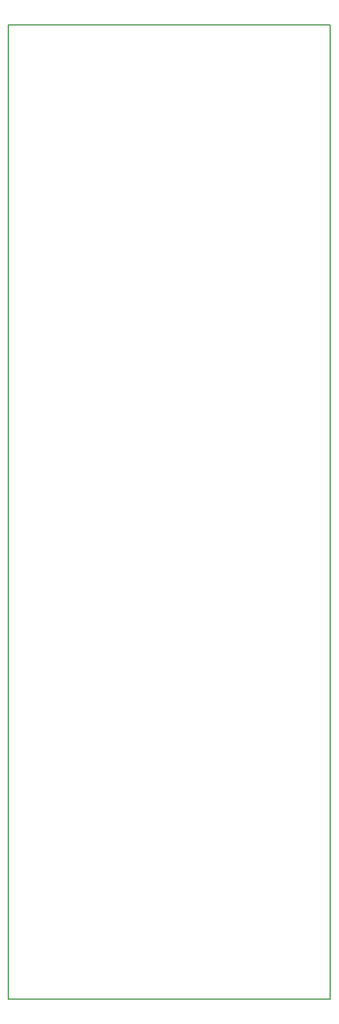
<source format=gbr>
G04 #@! TF.FileFunction,Profile,NP*
%FSLAX46Y46*%
G04 Gerber Fmt 4.6, Leading zero omitted, Abs format (unit mm)*
G04 Created by KiCad (PCBNEW 4.0.7-e2-6376~58~ubuntu14.04.1) date Thu Mar 15 17:55:13 2018*
%MOMM*%
%LPD*%
G01*
G04 APERTURE LIST*
%ADD10C,0.100000*%
%ADD11C,0.150000*%
G04 APERTURE END LIST*
D10*
D11*
X0Y-149098000D02*
X2286000Y-149098000D01*
X0Y-148336000D02*
X0Y-149098000D01*
X49276000Y-149098000D02*
X49276000Y-148336000D01*
X47752000Y-149098000D02*
X49276000Y-149098000D01*
X49276000Y0D02*
X49276000Y-1270000D01*
X46228000Y0D02*
X49276000Y0D01*
X0Y0D02*
X0Y-1270000D01*
X0Y-148336000D02*
X0Y-1270000D01*
X47752000Y-149098000D02*
X2032000Y-149098000D01*
X49276000Y-1270000D02*
X49276000Y-148336000D01*
X0Y0D02*
X46228000Y0D01*
M02*

</source>
